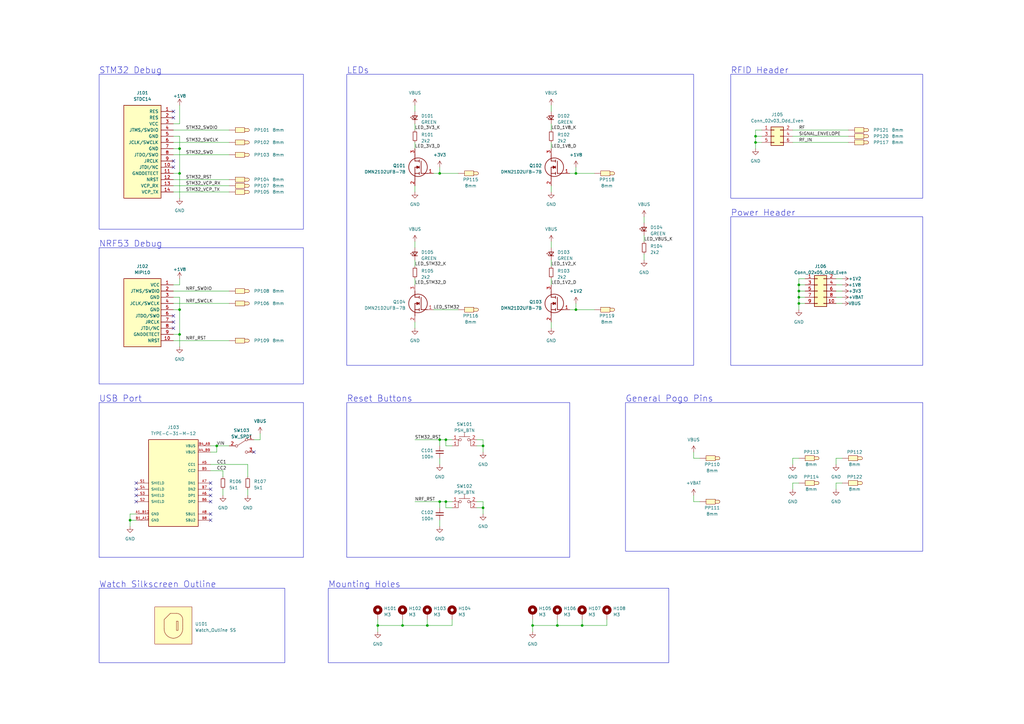
<source format=kicad_sch>
(kicad_sch (version 20230121) (generator eeschema)
  (paper "A3")
  (title_block (title "Watch Test Rig") (date "2023-12-25") (rev "1") (comment 1 "Checked by Ben Smith 25/12/23"))
  (lib_symbols
    (symbol "Connector_Generic:Conn_02x03_Odd_Even" (pin_names (offset 1.016) hide)
      (property "Reference" "J" (at 1.27 5.08 0))
      (property "Value" "Conn_02x03_Odd_Even" (at 1.27 -5.08 0))
      (symbol "Conn_02x03_Odd_Even_1_1"
        (rectangle (start -1.27 -2.413) (end 0 -2.667) (stroke (width 0.1524)))
        (rectangle (start -1.27 0.127) (end 0 -0.127) (stroke (width 0.1524)))
        (rectangle (start -1.27 2.667) (end 0 2.413) (stroke (width 0.1524)))
        (rectangle (start -1.27 3.81) (end 3.81 -3.81) (stroke (width 0.254)) (fill (type background)))
        (rectangle (start 3.81 -2.413) (end 2.54 -2.667) (stroke (width 0.1524)))
        (rectangle (start 3.81 0.127) (end 2.54 -0.127) (stroke (width 0.1524)))
        (rectangle (start 3.81 2.667) (end 2.54 2.413) (stroke (width 0.1524)))
        (pin passive line (at -5.08 2.54 0) (length 3.81) (name "Pin_1") (number "1"))
        (pin passive line (at 7.62 2.54 180) (length 3.81) (name "Pin_2") (number "2"))
        (pin passive line (at -5.08 0 0) (length 3.81) (name "Pin_3") (number "3"))
        (pin passive line (at 7.62 0 180) (length 3.81) (name "Pin_4") (number "4"))
        (pin passive line (at -5.08 -2.54 0) (length 3.81) (name "Pin_5") (number "5"))
        (pin passive line (at 7.62 -2.54 180) (length 3.81) (name "Pin_6") (number "6"))
      )
    )
    (symbol "Connector_Generic:Conn_02x05_Odd_Even" (pin_names (offset 1.016) hide)
      (property "Reference" "J" (at 1.27 7.62 0))
      (property "Value" "Conn_02x05_Odd_Even" (at 1.27 -7.62 0))
      (symbol "Conn_02x05_Odd_Even_1_1"
        (rectangle (start -1.27 -4.953) (end 0 -5.207) (stroke (width 0.1524)))
        (rectangle (start -1.27 -2.413) (end 0 -2.667) (stroke (width 0.1524)))
        (rectangle (start -1.27 0.127) (end 0 -0.127) (stroke (width 0.1524)))
        (rectangle (start -1.27 2.667) (end 0 2.413) (stroke (width 0.1524)))
        (rectangle (start -1.27 5.207) (end 0 4.953) (stroke (width 0.1524)))
        (rectangle (start -1.27 6.35) (end 3.81 -6.35) (stroke (width 0.254)) (fill (type background)))
        (rectangle (start 3.81 -4.953) (end 2.54 -5.207) (stroke (width 0.1524)))
        (rectangle (start 3.81 -2.413) (end 2.54 -2.667) (stroke (width 0.1524)))
        (rectangle (start 3.81 0.127) (end 2.54 -0.127) (stroke (width 0.1524)))
        (rectangle (start 3.81 2.667) (end 2.54 2.413) (stroke (width 0.1524)))
        (rectangle (start 3.81 5.207) (end 2.54 4.953) (stroke (width 0.1524)))
        (pin passive line (at -5.08 5.08 0) (length 3.81) (name "Pin_1") (number "1"))
        (pin passive line (at 7.62 -5.08 180) (length 3.81) (name "Pin_10") (number "10"))
        (pin passive line (at 7.62 5.08 180) (length 3.81) (name "Pin_2") (number "2"))
        (pin passive line (at -5.08 2.54 0) (length 3.81) (name "Pin_3") (number "3"))
        (pin passive line (at 7.62 2.54 180) (length 3.81) (name "Pin_4") (number "4"))
        (pin passive line (at -5.08 0 0) (length 3.81) (name "Pin_5") (number "5"))
        (pin passive line (at 7.62 0 180) (length 3.81) (name "Pin_6") (number "6"))
        (pin passive line (at -5.08 -2.54 0) (length 3.81) (name "Pin_7") (number "7"))
        (pin passive line (at 7.62 -2.54 180) (length 3.81) (name "Pin_8") (number "8"))
        (pin passive line (at -5.08 -5.08 0) (length 3.81) (name "Pin_9") (number "9"))
      )
    )
    (symbol "DMN21D2UFB-7B:DMN21D2UFB-7B" (pin_names hide)
      (property "Reference" "Q" (at 11.43 3.81 0))
      (property "Value" "DMN21D2UFB-7B" (at 11.43 1.27 0))
      (symbol "DMN21D2UFB-7B_1_1"
        (polyline (pts (xy 2.54 0) (xy 5.08 0)) (stroke (width 0.254)))
        (polyline (pts (xy 5.08 5.08) (xy 5.08 0)) (stroke (width 0.254)))
        (polyline (pts (xy 5.842 -0.508) (xy 5.842 0.508)) (stroke (width 0.254)))
        (polyline (pts (xy 5.842 0) (xy 7.62 0)) (stroke (width 0.254)))
        (polyline (pts (xy 5.842 2.032) (xy 5.842 3.048)) (stroke (width 0.254)))
        (polyline (pts (xy 5.842 5.588) (xy 5.842 4.572)) (stroke (width 0.254)))
        (polyline (pts (xy 7.62 2.54) (xy 5.842 2.54)) (stroke (width 0.254)))
        (polyline (pts (xy 7.62 2.54) (xy 7.62 -2.54)) (stroke (width 0.254)))
        (polyline (pts (xy 7.62 5.08) (xy 5.842 5.08)) (stroke (width 0.254)))
        (polyline (pts (xy 7.62 5.08) (xy 7.62 7.62)) (stroke (width 0.254)))
        (polyline (pts (xy 5.842 2.54) (xy 6.858 3.048) (xy 6.858 2.032) (xy 5.842 2.54)) (stroke (width 0.254)) (fill (type outline)))
        (circle (center 6.35 2.54) (radius 3.81) (stroke (width 0.254)))
        (pin passive line (at 0 0 0) (length 2.54) (name "G") (number "1"))
        (pin passive line (at 7.62 -5.08 90) (length 2.54) (name "S") (number "2"))
        (pin passive line (at 7.62 10.16 270) (length 2.54) (name "D") (number "3"))
      )
    )
    (symbol "Device:C_Small" (pin_numbers hide) (pin_names (offset 0.254) hide)
      (property "Reference" "C" (at 0.254 1.778 0))
      (property "Value" "C_Small" (at 0.254 -2.032 0))
      (symbol "C_Small_0_1"
        (polyline (pts (xy -1.524 -0.508) (xy 1.524 -0.508)) (stroke (width 0.3302)))
        (polyline (pts (xy -1.524 0.508) (xy 1.524 0.508)) (stroke (width 0.3048)))
      )
      (symbol "C_Small_1_1"
        (pin passive line (at 0 2.54 270) (length 2.032) (name "~") (number "1"))
        (pin passive line (at 0 -2.54 90) (length 2.032) (name "~") (number "2"))
      )
    )
    (symbol "Device:LED_Small" (pin_numbers hide) (pin_names (offset 0.254) hide)
      (property "Reference" "D" (at -1.27 3.175 0))
      (property "Value" "LED_Small" (at -4.445 -2.54 0))
      (symbol "LED_Small_0_1"
        (polyline (pts (xy -0.762 -1.016) (xy -0.762 1.016)) (stroke (width 0.254)))
        (polyline (pts (xy 1.016 0) (xy -0.762 0)))
        (polyline (pts (xy 0.762 -1.016) (xy -0.762 0) (xy 0.762 1.016) (xy 0.762 -1.016)) (stroke (width 0.254)))
        (polyline (pts (xy 0 0.762) (xy -0.508 1.27) (xy -0.254 1.27) (xy -0.508 1.27) (xy -0.508 1.016)))
        (polyline (pts (xy 0.508 1.27) (xy 0 1.778) (xy 0.254 1.778) (xy 0 1.778) (xy 0 1.524)))
      )
      (symbol "LED_Small_1_1"
        (pin passive line (at -2.54 0 0) (length 1.778) (name "K") (number "1"))
        (pin passive line (at 2.54 0 180) (length 1.778) (name "A") (number "2"))
      )
    )
    (symbol "Device:R_Small" (pin_numbers hide) (pin_names (offset 0.254) hide)
      (property "Reference" "R" (at 0.762 0.508 0))
      (property "Value" "R_Small" (at 0.762 -1.016 0))
      (symbol "R_Small_0_1"
        (rectangle (start -0.762 1.778) (end 0.762 -1.778) (stroke (width 0.2032)))
      )
      (symbol "R_Small_1_1"
        (pin passive line (at 0 2.54 270) (length 0.762) (name "~") (number "1"))
        (pin passive line (at 0 -2.54 90) (length 0.762) (name "~") (number "2"))
      )
    )
    (symbol "Mechanical:MountingHole_Pad" (pin_numbers hide) (pin_names (offset 1.016) hide)
      (property "Reference" "H" (at 0 6.35 0))
      (property "Value" "MountingHole_Pad" (at 0 4.445 0))
      (symbol "MountingHole_Pad_0_1"
        (circle (center 0 1.27) (radius 1.27) (stroke (width 1.27)))
      )
      (symbol "MountingHole_Pad_1_1"
        (pin input line (at 0 -2.54 90) (length 2.54) (name "1") (number "1"))
      )
    )
    (symbol "Switch:SW_SPDT" (pin_names (offset 0) hide)
      (property "Reference" "SW" (at 0 4.318 0))
      (property "Value" "SW_SPDT" (at 0 -5.08 0))
      (symbol "SW_SPDT_0_0"
        (circle (center -2.032 0) (radius 0.508))
        (circle (center 2.032 -2.54) (radius 0.508))
      )
      (symbol "SW_SPDT_0_1"
        (polyline (pts (xy -1.524 0.254) (xy 1.651 2.286)))
        (circle (center 2.032 2.54) (radius 0.508))
      )
      (symbol "SW_SPDT_1_1"
        (pin passive line (at 5.08 2.54 180) (length 2.54) (name "A") (number "1"))
        (pin passive line (at -5.08 0 0) (length 2.54) (name "B") (number "2"))
        (pin passive line (at 5.08 -2.54 180) (length 2.54) (name "C") (number "3"))
      )
    )
    (symbol "TYPE-C-31-M-12:TYPE-C-31-M-12" (pin_names (offset 1.016))
      (property "Reference" "J" (at 0 16.51 0))
      (property "Value" "TYPE-C-31-M-12" (at 0 15.24 0))
      (symbol "TYPE-C-31-M-12_0_0"
        (rectangle (start -10.16 12.7) (end 10.16 -22.86) (stroke (width 0.254)) (fill (type background)))
        (pin power_in line (at 15.24 -17.78 180) (length 5.08) (name "GND") (number "A1_B12"))
        (pin power_in line (at -15.24 7.62 0) (length 5.08) (name "VBUS") (number "A4_B9"))
        (pin bidirectional line (at -15.24 2.54 0) (length 5.08) (name "CC1") (number "A5"))
        (pin bidirectional line (at -15.24 -10.16 0) (length 5.08) (name "DP1") (number "A6"))
        (pin bidirectional line (at -15.24 -5.08 0) (length 5.08) (name "DN1") (number "A7"))
        (pin bidirectional line (at -15.24 -17.78 0) (length 5.08) (name "SBU1") (number "A8"))
        (pin power_in line (at 15.24 -20.32 180) (length 5.08) (name "GND") (number "B1_A12"))
        (pin power_in line (at -15.24 10.16 0) (length 5.08) (name "VBUS") (number "B4_A9"))
        (pin bidirectional line (at -15.24 0 0) (length 5.08) (name "CC2") (number "B5"))
        (pin bidirectional line (at -15.24 -12.7 0) (length 5.08) (name "DP2") (number "B6"))
        (pin bidirectional line (at -15.24 -7.62 0) (length 5.08) (name "DN2") (number "B7"))
        (pin bidirectional line (at -15.24 -20.32 0) (length 5.08) (name "SBU2") (number "B8"))
        (pin passive line (at 15.24 -12.7 180) (length 5.08) (name "SHIELD") (number "S2"))
        (pin passive line (at 15.24 -10.16 180) (length 5.08) (name "SHIELD") (number "S3"))
        (pin passive line (at 15.24 -7.62 180) (length 5.08) (name "SHIELD") (number "S4"))
      )
      (symbol "TYPE-C-31-M-12_1_0"
        (pin passive line (at 15.24 -5.08 180) (length 5.08) (name "SHIELD") (number "S1"))
      )
    )
    (symbol "power:+1V2" (power) (pin_names (offset 0))
      (property "Value" "+1V2" (at 0 3.556 0))
      (symbol "+1V2_0_1"
        (polyline (pts (xy -0.762 1.27) (xy 0 2.54)))
        (polyline (pts (xy 0 0) (xy 0 2.54)))
        (polyline (pts (xy 0 2.54) (xy 0.762 1.27)))
      )
      (symbol "+1V2_1_1"
        (pin power_in line (at 0 0 90) (length 0) hide (name "+1V2") (number "1"))
      )
    )
    (symbol "power:+1V8" (power) (pin_names (offset 0))
      (property "Value" "+1V8" (at 0 3.556 0))
      (symbol "+1V8_0_1"
        (polyline (pts (xy -0.762 1.27) (xy 0 2.54)))
        (polyline (pts (xy 0 0) (xy 0 2.54)))
        (polyline (pts (xy 0 2.54) (xy 0.762 1.27)))
      )
      (symbol "+1V8_1_1"
        (pin power_in line (at 0 0 90) (length 0) hide (name "+1V8") (number "1"))
      )
    )
    (symbol "power:+3V3" (power) (pin_names (offset 0))
      (property "Value" "+3V3" (at 0 3.556 0))
      (symbol "+3V3_0_1"
        (polyline (pts (xy -0.762 1.27) (xy 0 2.54)))
        (polyline (pts (xy 0 0) (xy 0 2.54)))
        (polyline (pts (xy 0 2.54) (xy 0.762 1.27)))
      )
      (symbol "+3V3_1_1"
        (pin power_in line (at 0 0 90) (length 0) hide (name "+3V3") (number "1"))
      )
    )
    (symbol "power:GND" (power) (pin_names (offset 0))
      (property "Value" "GND" (at 0 -3.81 0))
      (symbol "GND_0_1"
        (polyline (pts (xy 0 0) (xy 0 -1.27) (xy 1.27 -1.27) (xy 0 -2.54) (xy -1.27 -1.27) (xy 0 -1.27)))
      )
      (symbol "GND_1_1"
        (pin power_in line (at 0 0 270) (length 0) hide (name "GND") (number "1"))
      )
    )
    (symbol "power:VBUS" (power) (pin_names (offset 0))
      (property "Value" "VBUS" (at 0 3.81 0))
      (symbol "VBUS_0_1"
        (polyline (pts (xy -0.762 1.27) (xy 0 2.54)))
        (polyline (pts (xy 0 0) (xy 0 2.54)))
        (polyline (pts (xy 0 2.54) (xy 0.762 1.27)))
      )
      (symbol "VBUS_1_1"
        (pin power_in line (at 0 0 90) (length 0) hide (name "VBUS") (number "1"))
      )
    )
    (symbol "watch_symbols_lib:+VBAT" (power) (pin_names (offset 0))
      (property "Value" "+VBAT" (at 0 3.556 0))
      (symbol "+VBAT_0_1"
        (polyline (pts (xy -0.762 1.27) (xy 0 2.54)))
        (polyline (pts (xy 0 0) (xy 0 2.54)))
        (polyline (pts (xy 0 2.54) (xy 0.762 1.27)))
      )
      (symbol "+VBAT_1_1"
        (pin power_in line (at 0 0 90) (length 0) hide (name "+VBAT") (number "1"))
      )
    )
    (symbol "watch_symbols_lib:MIPI10"
      (property "Reference" "J" (at 0 17.78 0))
      (property "Value" "MIPI10" (at 0 15.24 0))
      (symbol "MIPI10_1_1"
        (rectangle (start -7.62 12.7) (end 7.62 -15.24) (stroke (width 0.254)) (fill (type background)))
        (pin passive line (at -12.7 10.16 0) (length 5.08) (name "VCC") (number "1"))
        (pin passive line (at -12.7 -12.7 0) (length 5.08) (name "NRST") (number "10"))
        (pin passive line (at -12.7 7.62 0) (length 5.08) (name "JTMS/SWDIO") (number "2"))
        (pin passive line (at -12.7 5.08 0) (length 5.08) (name "GND") (number "3"))
        (pin passive line (at -12.7 2.54 0) (length 5.08) (name "JCLK/SWCLK") (number "4"))
        (pin passive line (at -12.7 0 0) (length 5.08) (name "GND") (number "5"))
        (pin passive line (at -12.7 -2.54 0) (length 5.08) (name "JTDO/SWO") (number "6"))
        (pin passive line (at -12.7 -5.08 0) (length 5.08) (name "JRCLK") (number "7"))
        (pin passive line (at -12.7 -7.62 0) (length 5.08) (name "JTDI/NC") (number "8"))
        (pin passive line (at -12.7 -10.16 0) (length 5.08) (name "GNDDETECT") (number "9"))
      )
    )
    (symbol "watch_symbols_lib:PSH_BTN" (pin_names (offset 1.016) hide)
      (property "Reference" "SW" (at -1.27 10.16 0))
      (property "Value" "PSH_BTN" (at 0 6.985 0))
      (symbol "PSH_BTN_0_1"
        (circle (center -1.778 2.54) (radius 0.508))
        (polyline (pts (xy -2.286 3.81) (xy 2.286 3.81)))
        (polyline (pts (xy 0 3.81) (xy 0 5.588)))
        (polyline (pts (xy -2.54 0) (xy -2.54 2.54) (xy -2.286 2.54)))
        (polyline (pts (xy 2.54 0) (xy 2.54 2.54) (xy 2.286 2.54)))
        (circle (center 1.778 2.54) (radius 0.508))
        (pin passive line (at -5.08 0 0) (length 2.54) (name "1") (number "1"))
        (pin passive line (at -5.08 2.54 0) (length 2.54) (name "1") (number "1"))
        (pin passive line (at 5.08 0 180) (length 2.54) (name "2") (number "2"))
        (pin passive line (at 5.08 2.54 180) (length 2.54) (name "2") (number "2"))
      )
    )
    (symbol "watch_symbols_lib:Pogo_Pin_8mm" (pin_numbers hide) (pin_names (offset 0.762) hide)
      (property "Reference" "PP" (at 0 8.89 0))
      (property "Value" "Pogo_Pin_8mm" (at 0 7.112 0))
      (symbol "Pogo_Pin_8mm_0_1"
        (polyline (pts (xy -0.635 3.81) (xy -0.635 3.81) (xy -0.635 5.08)))
        (polyline (pts (xy 0.635 3.81) (xy 0.635 3.81) (xy 0.635 5.08)))
        (arc (start 0 5.715) (mid -0.449 5.529) (end -0.635 5.08))
        (arc (start 0.635 5.08) (mid 0.449 5.529) (end 0 5.715))
      )
      (symbol "Pogo_Pin_8mm_1_1"
        (rectangle (start -1.016 3.81) (end 1.016 0) (fill (type background)))
        (rectangle (start -0.635 5.08) (end 0.635 3.81) (stroke (width -0.0001)) (fill (type background)))
        (circle (center 0 5.08) (radius 0.635) (stroke (width -0.0001)) (fill (type background)))
        (pin passive line (at 0 -2.54 90) (length 2.54) (name "1") (number "1"))
      )
    )
    (symbol "watch_symbols_lib:STDC14" (pin_names (offset 1.016))
      (property "Reference" "J" (at 0 22.86 0))
      (property "Value" "STDC14" (at 0 20.32 0))
      (symbol "STDC14_1_1"
        (rectangle (start -7.62 17.78) (end 7.62 -20.32) (stroke (width 0.254)) (fill (type background)))
        (pin passive line (at -12.7 15.24 0) (length 5.08) (name "RES") (number "1"))
        (pin passive line (at -12.7 -7.62 0) (length 5.08) (name "JTDI/NC") (number "10"))
        (pin passive line (at -12.7 -10.16 0) (length 5.08) (name "GNDDETECT") (number "11"))
        (pin passive line (at -12.7 -12.7 0) (length 5.08) (name "NRST") (number "12"))
        (pin passive line (at -12.7 -15.24 0) (length 5.08) (name "VCP_RX") (number "13"))
        (pin passive line (at -12.7 -17.78 0) (length 5.08) (name "VCP_TX") (number "14"))
        (pin passive line (at -12.7 12.7 0) (length 5.08) (name "RES") (number "2"))
        (pin passive line (at -12.7 10.16 0) (length 5.08) (name "VCC") (number "3"))
        (pin passive line (at -12.7 7.62 0) (length 5.08) (name "JTMS/SWDIO") (number "4"))
        (pin passive line (at -12.7 5.08 0) (length 5.08) (name "GND") (number "5"))
        (pin passive line (at -12.7 2.54 0) (length 5.08) (name "JCLK/SWCLK") (number "6"))
        (pin passive line (at -12.7 0 0) (length 5.08) (name "GND") (number "7"))
        (pin passive line (at -12.7 -2.54 0) (length 5.08) (name "JTDO/SWO") (number "8"))
        (pin passive line (at -12.7 -5.08 0) (length 5.08) (name "JRCLK") (number "9"))
      )
    )
    (symbol "watch_symbols_lib:Watch_Outline SS" (pin_numbers hide) (pin_names (offset 0) hide) (in_bom no)
      (property "Reference" "U" (at 0 12.7 0))
      (property "Value" "Watch_Outline SS" (at 0 10.16 0))
      (symbol "Watch_Outline SS_1_1"
        (rectangle (start -7.62 7.62) (end 7.62 -7.62) (fill (type background)))
        (arc (start -3.81 -1.397) (mid -2.6941 -4.0911) (end 0 -5.207))
        (arc (start 0 -5.207) (mid 2.6941 -4.0911) (end 3.81 -1.397))
        (polyline (pts (xy -1.27 4.953) (xy 1.27 4.953)))
        (polyline (pts (xy 3.81 -1.397) (xy 3.81 -0.127)))
        (polyline (pts (xy 3.81 2.413) (xy 3.81 -0.127)))
        (polyline (pts (xy -1.27 4.953) (xy -3.81 2.413) (xy -3.81 -1.397)))
        (rectangle (start 1.27 1.778) (end 1.905 -2.032))
        (arc (start 3.818 2.421) (mid 3.0717 4.2147) (end 1.278 4.961))
      )
    )
  )
  (junction (at 73.66 127))
  (junction (at 165.1 256.54))
  (junction (at 73.66 71.12))
  (junction (at 236.22 127))
  (junction (at 175.26 256.54))
  (junction (at 327.66 121.92))
  (junction (at 182.88 205.74))
  (junction (at 53.34 213.36))
  (junction (at 182.88 180.34))
  (junction (at 218.44 256.54))
  (junction (at 180.34 180.34))
  (junction (at 88.9 182.88))
  (junction (at 327.66 124.46))
  (junction (at 309.88 58.42))
  (junction (at 228.6 256.54))
  (junction (at 309.88 55.88))
  (junction (at 180.34 205.74))
  (junction (at 198.12 208.28))
  (junction (at 238.76 256.54))
  (junction (at 73.66 137.16))
  (junction (at 327.66 116.84))
  (junction (at 73.66 60.96))
  (junction (at 236.22 71.12))
  (junction (at 180.34 71.12))
  (junction (at 198.12 182.88))
  (junction (at 327.66 119.38))
  (junction (at 154.94 256.54))
  (no_connect (at 71.12 66.04))
  (no_connect (at 55.88 203.2))
  (no_connect (at 86.36 203.2))
  (no_connect (at 71.12 129.54))
  (no_connect (at 86.36 198.12))
  (no_connect (at 86.36 205.74))
  (no_connect (at 86.36 213.36))
  (no_connect (at 86.36 200.66))
  (no_connect (at 71.12 48.26))
  (no_connect (at 86.36 210.82))
  (no_connect (at 71.12 68.58))
  (no_connect (at 55.88 200.66))
  (no_connect (at 71.12 134.62))
  (no_connect (at 55.88 205.74))
  (no_connect (at 55.88 198.12))
  (no_connect (at 104.14 185.42))
  (no_connect (at 71.12 45.72))
  (no_connect (at 71.12 132.08))
  (wire (pts (xy 170.18 106.68) (xy 170.18 109.22)))
  (wire (pts (xy 198.12 182.88) (xy 198.12 185.42)))
  (wire (pts (xy 154.94 256.54) (xy 154.94 259.08)))
  (wire (pts (xy 327.66 116.84) (xy 330.2 116.84)))
  (wire (pts (xy 185.42 208.28) (xy 182.88 208.28)))
  (wire (pts (xy 182.88 208.28) (xy 182.88 205.74)))
  (wire (pts (xy 71.12 78.74) (xy 93.98 78.74)))
  (wire (pts (xy 180.34 187.96) (xy 180.34 190.5)))
  (wire (pts (xy 327.66 124.46) (xy 330.2 124.46)))
  (wire (pts (xy 170.18 58.42) (xy 170.18 60.96)))
  (wire (pts (xy 73.66 81.28) (xy 73.66 71.12)))
  (wire (pts (xy 342.9 200.66) (xy 342.9 198.12)))
  (wire (pts (xy 71.12 116.84) (xy 73.66 116.84)))
  (wire (pts (xy 284.48 185.42) (xy 284.48 187.96)))
  (wire (pts (xy 330.2 119.38) (xy 327.66 119.38)))
  (wire (pts (xy 170.18 205.74) (xy 180.34 205.74)))
  (wire (pts (xy 345.44 116.84) (xy 342.9 116.84)))
  (wire (pts (xy 226.06 114.3) (xy 226.06 116.84)))
  (wire (pts (xy 170.18 180.34) (xy 180.34 180.34)))
  (wire (pts (xy 284.48 187.96) (xy 287.02 187.96)))
  (wire (pts (xy 53.34 210.82) (xy 53.34 213.36)))
  (wire (pts (xy 325.12 53.34) (xy 347.98 53.34)))
  (wire (pts (xy 195.58 205.74) (xy 198.12 205.74)))
  (wire (pts (xy 327.66 116.84) (xy 327.66 119.38)))
  (wire (pts (xy 71.12 63.5) (xy 93.98 63.5)))
  (wire (pts (xy 71.12 139.7) (xy 93.98 139.7)))
  (wire (pts (xy 327.66 114.3) (xy 330.2 114.3)))
  (wire (pts (xy 71.12 127) (xy 73.66 127)))
  (wire (pts (xy 185.42 182.88) (xy 182.88 182.88)))
  (wire (pts (xy 325.12 200.66) (xy 325.12 198.12)))
  (wire (pts (xy 195.58 208.28) (xy 198.12 208.28)))
  (wire (pts (xy 73.66 137.16) (xy 73.66 142.24)))
  (wire (pts (xy 309.88 53.34) (xy 309.88 55.88)))
  (wire (pts (xy 86.36 193.04) (xy 91.44 193.04)))
  (wire (pts (xy 309.88 55.88) (xy 309.88 58.42)))
  (wire (pts (xy 226.06 134.62) (xy 226.06 132.08)))
  (wire (pts (xy 73.66 121.92) (xy 73.66 127)))
  (wire (pts (xy 236.22 127) (xy 243.84 127)))
  (wire (pts (xy 226.06 78.74) (xy 226.06 76.2)))
  (wire (pts (xy 264.16 96.52) (xy 264.16 99.06)))
  (wire (pts (xy 236.22 71.12) (xy 243.84 71.12)))
  (wire (pts (xy 53.34 213.36) (xy 55.88 213.36)))
  (wire (pts (xy 73.66 71.12) (xy 73.66 60.96)))
  (wire (pts (xy 175.26 256.54) (xy 175.26 254)))
  (wire (pts (xy 71.12 71.12) (xy 73.66 71.12)))
  (wire (pts (xy 347.98 58.42) (xy 325.12 58.42)))
  (wire (pts (xy 342.9 187.96) (xy 345.44 187.96)))
  (wire (pts (xy 170.18 78.74) (xy 170.18 76.2)))
  (wire (pts (xy 170.18 134.62) (xy 170.18 132.08)))
  (wire (pts (xy 264.16 104.14) (xy 264.16 106.68)))
  (wire (pts (xy 327.66 114.3) (xy 327.66 116.84)))
  (wire (pts (xy 180.34 213.36) (xy 180.34 215.9)))
  (wire (pts (xy 327.66 124.46) (xy 327.66 127)))
  (wire (pts (xy 71.12 121.92) (xy 73.66 121.92)))
  (wire (pts (xy 218.44 256.54) (xy 218.44 254)))
  (wire (pts (xy 91.44 193.04) (xy 91.44 195.58)))
  (wire (pts (xy 71.12 58.42) (xy 93.98 58.42)))
  (wire (pts (xy 226.06 106.68) (xy 226.06 109.22)))
  (wire (pts (xy 236.22 68.58) (xy 236.22 71.12)))
  (wire (pts (xy 309.88 55.88) (xy 312.42 55.88)))
  (wire (pts (xy 228.6 256.54) (xy 228.6 254)))
  (wire (pts (xy 71.12 53.34) (xy 93.98 53.34)))
  (wire (pts (xy 195.58 180.34) (xy 198.12 180.34)))
  (wire (pts (xy 71.12 55.88) (xy 73.66 55.88)))
  (wire (pts (xy 284.48 205.74) (xy 287.02 205.74)))
  (wire (pts (xy 325.12 198.12) (xy 327.66 198.12)))
  (wire (pts (xy 180.34 71.12) (xy 187.96 71.12)))
  (wire (pts (xy 342.9 190.5) (xy 342.9 187.96)))
  (wire (pts (xy 73.66 43.18) (xy 73.66 50.8)))
  (wire (pts (xy 226.06 99.06) (xy 226.06 101.6)))
  (wire (pts (xy 233.68 127) (xy 236.22 127)))
  (wire (pts (xy 86.36 190.5) (xy 101.6 190.5)))
  (wire (pts (xy 177.8 71.12) (xy 180.34 71.12)))
  (wire (pts (xy 218.44 256.54) (xy 218.44 259.08)))
  (wire (pts (xy 53.34 213.36) (xy 53.34 215.9)))
  (wire (pts (xy 88.9 182.88) (xy 93.98 182.88)))
  (wire (pts (xy 327.66 119.38) (xy 327.66 121.92)))
  (wire (pts (xy 226.06 43.18) (xy 226.06 45.72)))
  (wire (pts (xy 71.12 137.16) (xy 73.66 137.16)))
  (wire (pts (xy 264.16 88.9) (xy 264.16 91.44)))
  (wire (pts (xy 185.42 180.34) (xy 182.88 180.34)))
  (wire (pts (xy 218.44 256.54) (xy 228.6 256.54)))
  (wire (pts (xy 165.1 256.54) (xy 175.26 256.54)))
  (wire (pts (xy 101.6 200.66) (xy 101.6 203.2)))
  (wire (pts (xy 180.34 205.74) (xy 182.88 205.74)))
  (wire (pts (xy 170.18 43.18) (xy 170.18 45.72)))
  (wire (pts (xy 185.42 205.74) (xy 182.88 205.74)))
  (wire (pts (xy 88.9 182.88) (xy 86.36 182.88)))
  (wire (pts (xy 170.18 99.06) (xy 170.18 101.6)))
  (wire (pts (xy 106.68 177.8) (xy 106.68 180.34)))
  (wire (pts (xy 309.88 58.42) (xy 312.42 58.42)))
  (wire (pts (xy 325.12 55.88) (xy 347.98 55.88)))
  (wire (pts (xy 101.6 195.58) (xy 101.6 190.5)))
  (wire (pts (xy 345.44 119.38) (xy 342.9 119.38)))
  (wire (pts (xy 165.1 256.54) (xy 165.1 254)))
  (wire (pts (xy 284.48 203.2) (xy 284.48 205.74)))
  (wire (pts (xy 73.66 127) (xy 73.66 137.16)))
  (wire (pts (xy 91.44 200.66) (xy 91.44 203.2)))
  (wire (pts (xy 342.9 198.12) (xy 345.44 198.12)))
  (wire (pts (xy 226.06 50.8) (xy 226.06 53.34)))
  (wire (pts (xy 182.88 182.88) (xy 182.88 180.34)))
  (wire (pts (xy 233.68 71.12) (xy 236.22 71.12)))
  (wire (pts (xy 55.88 210.82) (xy 53.34 210.82)))
  (wire (pts (xy 71.12 50.8) (xy 73.66 50.8)))
  (wire (pts (xy 73.66 55.88) (xy 73.66 60.96)))
  (wire (pts (xy 198.12 208.28) (xy 198.12 210.82)))
  (wire (pts (xy 312.42 53.34) (xy 309.88 53.34)))
  (wire (pts (xy 154.94 256.54) (xy 154.94 254)))
  (wire (pts (xy 88.9 182.88) (xy 88.9 185.42)))
  (wire (pts (xy 327.66 121.92) (xy 330.2 121.92)))
  (wire (pts (xy 226.06 58.42) (xy 226.06 60.96)))
  (wire (pts (xy 345.44 121.92) (xy 342.9 121.92)))
  (wire (pts (xy 180.34 205.74) (xy 180.34 208.28)))
  (wire (pts (xy 325.12 187.96) (xy 327.66 187.96)))
  (wire (pts (xy 88.9 185.42) (xy 86.36 185.42)))
  (wire (pts (xy 325.12 190.5) (xy 325.12 187.96)))
  (wire (pts (xy 154.94 256.54) (xy 165.1 256.54)))
  (wire (pts (xy 198.12 180.34) (xy 198.12 182.88)))
  (wire (pts (xy 198.12 205.74) (xy 198.12 208.28)))
  (wire (pts (xy 309.88 58.42) (xy 309.88 60.96)))
  (wire (pts (xy 180.34 180.34) (xy 180.34 182.88)))
  (wire (pts (xy 228.6 256.54) (xy 238.76 256.54)))
  (wire (pts (xy 185.42 256.54) (xy 185.42 254)))
  (wire (pts (xy 236.22 124.46) (xy 236.22 127)))
  (wire (pts (xy 73.66 114.3) (xy 73.66 116.84)))
  (wire (pts (xy 71.12 119.38) (xy 93.98 119.38)))
  (wire (pts (xy 73.66 60.96) (xy 71.12 60.96)))
  (wire (pts (xy 71.12 73.66) (xy 93.98 73.66)))
  (wire (pts (xy 170.18 50.8) (xy 170.18 53.34)))
  (wire (pts (xy 71.12 76.2) (xy 93.98 76.2)))
  (wire (pts (xy 71.12 124.46) (xy 93.98 124.46)))
  (wire (pts (xy 180.34 180.34) (xy 182.88 180.34)))
  (wire (pts (xy 195.58 182.88) (xy 198.12 182.88)))
  (wire (pts (xy 238.76 256.54) (xy 238.76 254)))
  (wire (pts (xy 177.8 127) (xy 187.96 127)))
  (wire (pts (xy 175.26 256.54) (xy 185.42 256.54)))
  (wire (pts (xy 104.14 180.34) (xy 106.68 180.34)))
  (wire (pts (xy 170.18 114.3) (xy 170.18 116.84)))
  (wire (pts (xy 238.76 256.54) (xy 248.92 256.54)))
  (wire (pts (xy 327.66 121.92) (xy 327.66 124.46)))
  (wire (pts (xy 345.44 114.3) (xy 342.9 114.3)))
  (wire (pts (xy 180.34 68.58) (xy 180.34 71.12)))
  (wire (pts (xy 345.44 124.46) (xy 342.9 124.46)))
  (wire (pts (xy 248.92 256.54) (xy 248.92 254)))
  (rectangle (start 40.64 241.3) (end 116.84 271.78))
  (rectangle (start 299.72 88.9) (end 378.46 149.86))
  (rectangle (start 142.24 30.48) (end 284.48 149.86))
  (rectangle (start 299.72 30.48) (end 378.46 81.28))
  (rectangle (start 40.64 101.6) (end 124.46 157.48))
  (rectangle (start 40.64 165.1) (end 124.46 228.6))
  (rectangle (start 142.24 165.1) (end 233.68 228.6))
  (rectangle (start 134.62 241.3) (end 274.32 271.78))
  (rectangle (start 256.54 165.1) (end 378.46 226.06))
  (rectangle (start 40.64 30.48) (end 124.46 93.98))
  (text "Mounting Holes" (at 134.62 241.3 0) (effects (font (size 2.54 2.54)) (justify left bottom)))
  (text "Watch Silkscreen Outline" (at 40.64 241.3 0) (effects (font (size 2.54 2.54)) (justify left bottom)))
  (text "STM32 Debug" (at 40.64 30.48 0) (effects (font (size 2.54 2.54)) (justify left bottom)))
  (text "USB Port" (at 40.64 165.1 0) (effects (font (size 2.54 2.54)) (justify left bottom)))
  (text "RFID Header" (at 299.72 30.48 0) (effects (font (size 2.54 2.54)) (justify left bottom)))
  (text "Reset Buttons" (at 142.24 165.1 0) (effects (font (size 2.54 2.54)) (justify left bottom)))
  (text "General Pogo Pins" (at 256.54 165.1 0) (effects (font (size 2.54 2.54)) (justify left bottom)))
  (text "Power Header" (at 299.72 88.9 0) (effects (font (size 2.54 2.54)) (justify left bottom)))
  (text "LEDs" (at 142.24 30.48 0) (effects (font (size 2.54 2.54)) (justify left bottom)))
  (text "NRF53 Debug" (at 40.64 101.6 0) (effects (font (size 2.54 2.54)) (justify left bottom)))
  (label "STM32_SWCLK" (at 76.2 58.42 0))
  (label "LED_3V3_D" (at 170.18 60.96 0))
  (label "LED_VBUS_K" (at 264.16 99.06 0))
  (label "NRF_SWDIO" (at 76.2 119.38 0))
  (label "LED_3V3_K" (at 170.18 53.34 0))
  (label "STM32_SWDIO" (at 76.2 53.34 0))
  (label "NRF_SWCLK" (at 76.2 124.46 0))
  (label "RF" (at 327.66 53.34 0))
  (label "VIN" (at 88.9 182.88 0))
  (label "CC1" (at 88.9 190.5 0))
  (label "LED_1V2_K" (at 226.06 109.22 0))
  (label "RF_IN" (at 327.66 58.42 0))
  (label "STM32_SWO" (at 76.2 63.5 0))
  (label "LED_1V8_D" (at 226.06 60.96 0))
  (label "NRF_RST" (at 170.18 205.74 0))
  (label "LED_STM32" (at 177.8 127 0))
  (label "STM32_VCP_TX" (at 76.2 78.74 0))
  (label "LED_STM32_D" (at 170.18 116.84 0))
  (label "STM32_RST" (at 76.2 73.66 0))
  (label "LED_1V8_K" (at 226.06 53.34 0))
  (label "LED_1V2_D" (at 226.06 116.84 0))
  (label "STM32_VCP_RX" (at 76.2 76.2 0))
  (label "SIGNAL_ENVELOPE" (at 327.66 55.88 0))
  (label "LED_STM32_K" (at 170.18 109.22 0))
  (label "STM32_RST" (at 170.18 180.34 0))
  (label "CC2" (at 88.9 193.04 0))
  (label "NRF_RST" (at 76.2 139.7 0))
  (symbol (lib_id "power:+1V2") (at 345.44 114.3 270) (unit 1)
    (property "Reference" "#PWR0136" (effects hide))
    (property "Value" "+1V2" (at 347.98 114.3 90) (effects (justify left)))
  )
  (symbol (lib_id "DMN21D2UFB-7B:DMN21D2UFB-7B") (at 177.8 127 0) (mirror y) (unit 1)
    (property "Reference" "Q104" (at 166.37 123.825 0) (effects (justify left)))
    (property "Value" "DMN21D2UFB-7B" (at 166.37 126.365 0) (effects (justify left)))
    (property "Footprint" "watch_footprints:DMN21D2UFB7B" (effects hide))
    (property "Datasheet" "https://componentsearchengine.com/Datasheets/1/DMN21D2UFB-7B.pdf" (effects hide))
    (property "Height" "0.53" (effects hide))
    (property "Mouser Part Number" "621-DMN21D2UFB-7B" (effects hide))
    (property "Manufacturer_Name" "Diodes Incorporated" (effects hide))
    (property "Manufacturer_Part_Number" "DMN21D2UFB-7B" (effects hide))
  )
  (symbol (lib_id "power:GND") (at 180.34 215.9 0) (unit 1)
    (property "Reference" "#PWR0130" (effects hide))
    (property "Value" "GND" (at 180.34 220.98 0))
  )
  (symbol (lib_id "watch_symbols_lib:MIPI10") (at 58.42 127 0) (mirror y) (unit 1)
    (property "Reference" "J102" (at 58.42 109.22 0))
    (property "Value" "MIPI10" (at 58.42 111.76 0))
    (property "Footprint" "watch_footprints:MIPI10" (effects hide))
  )
  (symbol (lib_id "power:GND") (at 325.12 200.66 0) (unit 1)
    (property "Reference" "#PWR0112" (effects hide))
    (property "Value" "GND" (at 325.12 205.74 0))
  )
  (symbol (lib_id "watch_symbols_lib:Pogo_Pin_8mm") (at 96.52 124.46 270) (unit 1)
    (property "Reference" "PP106" (at 104.14 124.46 90) (effects (justify left)))
    (property "Value" "8mm" (at 111.76 124.46 90) (effects (justify left)))
    (property "Footprint" "watch_footprints:Pogo_Pin_8mm" (effects hide))
  )
  (symbol (lib_id "power:GND") (at 327.66 127 0) (unit 1)
    (property "Reference" "#PWR0135" (effects hide))
    (property "Value" "GND" (at 327.66 132.08 0))
  )
  (symbol (lib_id "Device:LED_Small") (at 170.18 104.14 90) (unit 1)
    (property "Reference" "D105" (at 172.72 103.4415 90) (effects (justify right)))
    (property "Value" "GREEN" (at 172.72 105.9815 90) (effects (justify right)))
    (property "Footprint" "Diode_SMD:D_0603_1608Metric" (effects hide))
  )
  (symbol (lib_id "power:GND") (at 342.9 200.66 0) (unit 1)
    (property "Reference" "#PWR0134" (effects hide))
    (property "Value" "GND" (at 342.9 205.74 0))
  )
  (symbol (lib_id "Connector_Generic:Conn_02x05_Odd_Even") (at 335.28 119.38 0) (unit 1)
    (property "Reference" "J106" (at 336.55 109.22 0))
    (property "Value" "Conn_02x05_Odd_Even" (at 336.55 111.76 0))
    (property "Footprint" "Connector_PinHeader_2.54mm:PinHeader_2x05_P2.54mm_Vertical" (effects hide))
  )
  (symbol (lib_id "watch_symbols_lib:Pogo_Pin_8mm") (at 96.52 76.2 270) (unit 1)
    (property "Reference" "PP107" (at 104.14 76.2 90) (effects (justify left)))
    (property "Value" "8mm" (at 111.76 76.2 90) (effects (justify left)))
    (property "Footprint" "watch_footprints:Pogo_Pin_8mm" (effects hide))
  )
  (symbol (lib_id "power:GND") (at 325.12 190.5 0) (unit 1)
    (property "Reference" "#PWR0110" (effects hide))
    (property "Value" "GND" (at 325.12 195.58 0))
  )
  (symbol (lib_id "power:GND") (at 198.12 210.82 0) (unit 1)
    (property "Reference" "#PWR0127" (effects hide))
    (property "Value" "GND" (at 198.12 215.9 0))
  )
  (symbol (lib_id "Mechanical:MountingHole_Pad") (at 185.42 251.46 0) (unit 1)
    (property "Reference" "H104" (at 187.96 249.555 0) (effects (justify left)))
    (property "Value" "M3" (at 187.96 252.095 0) (effects (justify left)))
    (property "Footprint" "MountingHole:MountingHole_3.2mm_M3_DIN965_Pad_TopBottom" (effects hide))
  )
  (symbol (lib_id "watch_symbols_lib:Pogo_Pin_8mm") (at 330.2 198.12 270) (unit 1)
    (property "Reference" "PP114" (at 332.74 195.58 90))
    (property "Value" "8mm" (at 332.74 200.66 90))
    (property "Footprint" "watch_footprints:Pogo_Pin_8mm" (effects hide))
  )
  (symbol (lib_id "Device:R_Small") (at 91.44 198.12 0) (unit 1)
    (property "Reference" "R106" (at 93.98 197.485 0) (effects (justify left)))
    (property "Value" "5k1" (at 93.98 200.025 0) (effects (justify left)))
    (property "Footprint" "Resistor_SMD:R_0402_1005Metric" (effects hide))
  )
  (symbol (lib_id "Device:LED_Small") (at 264.16 93.98 90) (unit 1)
    (property "Reference" "D104" (at 266.7 93.2815 90) (effects (justify right)))
    (property "Value" "GREEN" (at 266.7 95.8215 90) (effects (justify right)))
    (property "Footprint" "Diode_SMD:D_0603_1608Metric" (effects hide))
  )
  (symbol (lib_id "Connector_Generic:Conn_02x03_Odd_Even") (at 317.5 55.88 0) (unit 1)
    (property "Reference" "J105" (at 318.77 46.99 0))
    (property "Value" "Conn_02x03_Odd_Even" (at 318.77 49.53 0))
    (property "Footprint" "Connector_PinHeader_2.54mm:PinHeader_2x03_P2.54mm_Vertical" (effects hide))
  )
  (symbol (lib_id "power:GND") (at 218.44 259.08 0) (unit 1)
    (property "Reference" "#PWR0132" (effects hide))
    (property "Value" "GND" (at 218.44 264.16 0))
  )
  (symbol (lib_id "Switch:SW_SPDT") (at 99.06 182.88 0) (unit 1)
    (property "Reference" "SW103" (at 99.06 176.53 0))
    (property "Value" "SW_SPDT" (at 99.06 179.07 0))
    (property "Footprint" "Connector_PinHeader_2.54mm:PinHeader_1x03_P2.54mm_Vertical" (effects hide))
  )
  (symbol (lib_id "watch_symbols_lib:Pogo_Pin_8mm") (at 190.5 127 270) (unit 1)
    (property "Reference" "PP116" (at 193.04 129.54 90))
    (property "Value" "8mm" (at 193.04 132.08 90))
    (property "Footprint" "watch_footprints:Pogo_Pin_8mm" (effects hide))
  )
  (symbol (lib_id "watch_symbols_lib:Pogo_Pin_8mm") (at 96.52 139.7 270) (unit 1)
    (property "Reference" "PP109" (at 104.14 139.7 90) (effects (justify left)))
    (property "Value" "8mm" (at 111.76 139.7 90) (effects (justify left)))
    (property "Footprint" "watch_footprints:Pogo_Pin_8mm" (effects hide))
  )
  (symbol (lib_id "power:GND") (at 198.12 185.42 0) (unit 1)
    (property "Reference" "#PWR0128" (effects hide))
    (property "Value" "GND" (at 198.12 190.5 0))
  )
  (symbol (lib_id "watch_symbols_lib:Pogo_Pin_8mm") (at 246.38 127 270) (unit 1)
    (property "Reference" "PP119" (at 248.92 129.54 90))
    (property "Value" "8mm" (at 248.92 132.08 90))
    (property "Footprint" "watch_footprints:Pogo_Pin_8mm" (effects hide))
  )
  (symbol (lib_id "Device:LED_Small") (at 226.06 48.26 90) (unit 1)
    (property "Reference" "D102" (at 228.6 47.5615 90) (effects (justify right)))
    (property "Value" "GREEN" (at 228.6 50.1015 90) (effects (justify right)))
    (property "Footprint" "Diode_SMD:D_0603_1608Metric" (effects hide))
  )
  (symbol (lib_id "Device:LED_Small") (at 170.18 48.26 90) (unit 1)
    (property "Reference" "D101" (at 172.72 47.5615 90) (effects (justify right)))
    (property "Value" "GREEN" (at 172.72 50.1015 90) (effects (justify right)))
    (property "Footprint" "Diode_SMD:D_0603_1608Metric" (effects hide))
  )
  (symbol (lib_id "Mechanical:MountingHole_Pad") (at 248.92 251.46 0) (unit 1)
    (property "Reference" "H108" (at 251.46 249.555 0) (effects (justify left)))
    (property "Value" "M3" (at 251.46 252.095 0) (effects (justify left)))
    (property "Footprint" "MountingHole:MountingHole_3.2mm_M3_DIN965_Pad_TopBottom" (effects hide))
  )
  (symbol (lib_id "Mechanical:MountingHole_Pad") (at 238.76 251.46 0) (unit 1)
    (property "Reference" "H107" (at 241.3 249.555 0) (effects (justify left)))
    (property "Value" "M3" (at 241.3 252.095 0) (effects (justify left)))
    (property "Footprint" "MountingHole:MountingHole_3.2mm_M3_DIN965_Pad_TopBottom" (effects hide))
  )
  (symbol (lib_id "Device:R_Small") (at 170.18 111.76 0) (unit 1)
    (property "Reference" "R105" (at 172.72 111.125 0) (effects (justify left)))
    (property "Value" "2k2" (at 172.72 113.665 0) (effects (justify left)))
    (property "Footprint" "Resistor_SMD:R_0402_1005Metric" (effects hide))
  )
  (symbol (lib_id "watch_symbols_lib:Pogo_Pin_8mm") (at 330.2 187.96 270) (unit 1)
    (property "Reference" "PP113" (at 332.74 185.42 90))
    (property "Value" "8mm" (at 332.74 190.5 90))
    (property "Footprint" "watch_footprints:Pogo_Pin_8mm" (effects hide))
  )
  (symbol (lib_id "power:GND") (at 73.66 81.28 0) (unit 1)
    (property "Reference" "#PWR0101" (effects hide))
    (property "Value" "GND" (at 73.66 86.36 0))
  )
  (symbol (lib_id "watch_symbols_lib:Watch_Outline SS") (at 71.12 256.54 0) (unit 1) (in_bom no)
    (property "Reference" "U101" (at 80.01 255.905 0) (effects (justify left)))
    (property "Value" "Watch_Outline SS" (at 80.01 258.445 0) (effects (justify left)))
    (property "Footprint" "watch_footprints:Watch Outline V1 SS" (effects hide))
    (property "Sim.Enable" "0" (effects hide))
  )
  (symbol (lib_id "power:+1V8") (at 73.66 43.18 0) (unit 1)
    (property "Reference" "#PWR0102" (effects hide))
    (property "Value" "+1V8" (at 73.66 39.37 0))
  )
  (symbol (lib_id "Device:R_Small") (at 226.06 55.88 0) (unit 1)
    (property "Reference" "R102" (at 228.6 55.245 0) (effects (justify left)))
    (property "Value" "2k2" (at 228.6 57.785 0) (effects (justify left)))
    (property "Footprint" "Resistor_SMD:R_0402_1005Metric" (effects hide))
  )
  (symbol (lib_id "power:GND") (at 309.88 60.96 0) (unit 1)
    (property "Reference" "#PWR0133" (effects hide))
    (property "Value" "GND" (at 309.88 66.04 0))
  )
  (symbol (lib_id "power:+1V8") (at 73.66 114.3 0) (unit 1)
    (property "Reference" "#PWR0103" (effects hide))
    (property "Value" "+1V8" (at 73.66 110.49 0))
  )
  (symbol (lib_id "Device:C_Small") (at 180.34 185.42 0) (mirror x) (unit 1)
    (property "Reference" "C101" (at 177.8 184.7786 0) (effects (justify right)))
    (property "Value" "100n" (at 177.8 187.3186 0) (effects (justify right)))
    (property "Footprint" "Capacitor_SMD:C_0402_1005Metric" (effects hide))
  )
  (symbol (lib_id "Device:LED_Small") (at 226.06 104.14 90) (unit 1)
    (property "Reference" "D103" (at 228.6 103.4415 90) (effects (justify right)))
    (property "Value" "GREEN" (at 228.6 105.9815 90) (effects (justify right)))
    (property "Footprint" "Diode_SMD:D_0603_1608Metric" (effects hide))
  )
  (symbol (lib_id "power:+3V3") (at 345.44 119.38 270) (unit 1)
    (property "Reference" "#PWR0138" (effects hide))
    (property "Value" "+3V3" (at 347.98 119.38 90) (effects (justify left)))
  )
  (symbol (lib_id "watch_symbols_lib:Pogo_Pin_8mm") (at 350.52 55.88 270) (unit 1)
    (property "Reference" "PP120" (at 358.14 55.88 90) (effects (justify left)))
    (property "Value" "8mm" (at 365.76 55.88 90) (effects (justify left)))
    (property "Footprint" "watch_footprints:Pogo_Pin_8mm" (effects hide))
  )
  (symbol (lib_id "DMN21D2UFB-7B:DMN21D2UFB-7B") (at 177.8 71.12 0) (mirror y) (unit 1)
    (property "Reference" "Q101" (at 166.37 67.945 0) (effects (justify left)))
    (property "Value" "DMN21D2UFB-7B" (at 166.37 70.485 0) (effects (justify left)))
    (property "Footprint" "watch_footprints:DMN21D2UFB7B" (effects hide))
    (property "Datasheet" "https://componentsearchengine.com/Datasheets/1/DMN21D2UFB-7B.pdf" (effects hide))
    (property "Height" "0.53" (effects hide))
    (property "Mouser Part Number" "621-DMN21D2UFB-7B" (effects hide))
    (property "Manufacturer_Name" "Diodes Incorporated" (effects hide))
    (property "Manufacturer_Part_Number" "DMN21D2UFB-7B" (effects hide))
  )
  (symbol (lib_id "power:GND") (at 170.18 78.74 0) (unit 1)
    (property "Reference" "#PWR0113" (effects hide))
    (property "Value" "GND" (at 170.18 83.82 0))
  )
  (symbol (lib_id "power:GND") (at 170.18 134.62 0) (unit 1)
    (property "Reference" "#PWR0122" (effects hide))
    (property "Value" "GND" (at 170.18 139.7 0))
  )
  (symbol (lib_id "power:GND") (at 226.06 134.62 0) (unit 1)
    (property "Reference" "#PWR0118" (effects hide))
    (property "Value" "GND" (at 226.06 139.7 0))
  )
  (symbol (lib_id "Mechanical:MountingHole_Pad") (at 154.94 251.46 0) (unit 1)
    (property "Reference" "H101" (at 157.48 249.555 0) (effects (justify left)))
    (property "Value" "M3" (at 157.48 252.095 0) (effects (justify left)))
    (property "Footprint" "MountingHole:MountingHole_3.2mm_M3_DIN965_Pad_TopBottom" (effects hide))
  )
  (symbol (lib_id "watch_symbols_lib:+VBAT") (at 284.48 203.2 0) (unit 1)
    (property "Reference" "#PWR0108" (effects hide))
    (property "Value" "+VBAT" (at 284.48 198.12 0))
  )
  (symbol (lib_id "power:VBUS") (at 226.06 43.18 0) (unit 1)
    (property "Reference" "#PWR0115" (effects hide))
    (property "Value" "VBUS" (at 226.06 38.1 0))
  )
  (symbol (lib_id "Device:R_Small") (at 101.6 198.12 0) (unit 1)
    (property "Reference" "R107" (at 104.14 197.485 0) (effects (justify left)))
    (property "Value" "5k1" (at 104.14 200.025 0) (effects (justify left)))
    (property "Footprint" "Resistor_SMD:R_0402_1005Metric" (effects hide))
  )
  (symbol (lib_id "Mechanical:MountingHole_Pad") (at 175.26 251.46 0) (unit 1)
    (property "Reference" "H103" (at 177.8 249.555 0) (effects (justify left)))
    (property "Value" "M3" (at 177.8 252.095 0) (effects (justify left)))
    (property "Footprint" "MountingHole:MountingHole_3.2mm_M3_DIN965_Pad_TopBottom" (effects hide))
  )
  (symbol (lib_id "TYPE-C-31-M-12:TYPE-C-31-M-12") (at 71.12 193.04 0) (mirror y) (unit 1)
    (property "Reference" "J103" (at 71.12 175.26 0))
    (property "Value" "TYPE-C-31-M-12" (at 71.12 177.8 0))
    (property "Footprint" "watch_footprints:TYPE-C-31-M-12" (effects hide))
    (property "PARTREV" "2020.12.08" (effects hide))
    (property "MANUFACTURER" "HRO Electronics Co., Ltd." (effects hide))
    (property "SNAPEDA_PN" "TYPE-C-31-M-12" (effects hide))
    (property "MAXIMUM_PACKAGE_HEIGHT" "3.26 mm" (effects hide))
    (property "STANDARD" "Manufacturer Recommendations" (effects hide))
  )
  (symbol (lib_id "DMN21D2UFB-7B:DMN21D2UFB-7B") (at 233.68 127 0) (mirror y) (unit 1)
    (property "Reference" "Q103" (at 222.25 123.825 0) (effects (justify left)))
    (property "Value" "DMN21D2UFB-7B" (at 222.25 126.365 0) (effects (justify left)))
    (property "Footprint" "watch_footprints:DMN21D2UFB7B" (effects hide))
    (property "Datasheet" "https://componentsearchengine.com/Datasheets/1/DMN21D2UFB-7B.pdf" (effects hide))
    (property "Height" "0.53" (effects hide))
    (property "Mouser Part Number" "621-DMN21D2UFB-7B" (effects hide))
    (property "Manufacturer_Name" "Diodes Incorporated" (effects hide))
    (property "Manufacturer_Part_Number" "DMN21D2UFB-7B" (effects hide))
  )
  (symbol (lib_id "power:GND") (at 342.9 190.5 0) (unit 1)
    (property "Reference" "#PWR0106" (effects hide))
    (property "Value" "GND" (at 342.9 195.58 0))
  )
  (symbol (lib_id "watch_symbols_lib:Pogo_Pin_8mm") (at 96.52 78.74 270) (unit 1)
    (property "Reference" "PP105" (at 104.14 78.74 90) (effects (justify left)))
    (property "Value" "8mm" (at 111.76 78.74 90) (effects (justify left)))
    (property "Footprint" "watch_footprints:Pogo_Pin_8mm" (effects hide))
  )
  (symbol (lib_id "power:+1V2") (at 236.22 124.46 0) (unit 1)
    (property "Reference" "#PWR0111" (effects hide))
    (property "Value" "+1V2" (at 236.22 119.38 0))
  )
  (symbol (lib_id "power:GND") (at 154.94 259.08 0) (unit 1)
    (property "Reference" "#PWR0131" (effects hide))
    (property "Value" "GND" (at 154.94 264.16 0))
  )
  (symbol (lib_id "watch_symbols_lib:Pogo_Pin_8mm") (at 96.52 119.38 270) (unit 1)
    (property "Reference" "PP108" (at 104.14 119.38 90) (effects (justify left)))
    (property "Value" "8mm" (at 111.76 119.38 90) (effects (justify left)))
    (property "Footprint" "watch_footprints:Pogo_Pin_8mm" (effects hide))
  )
  (symbol (lib_id "power:GND") (at 226.06 78.74 0) (unit 1)
    (property "Reference" "#PWR0116" (effects hide))
    (property "Value" "GND" (at 226.06 83.82 0))
  )
  (symbol (lib_id "watch_symbols_lib:Pogo_Pin_8mm") (at 96.52 53.34 270) (unit 1)
    (property "Reference" "PP101" (at 104.14 53.34 90) (effects (justify left)))
    (property "Value" "8mm" (at 111.76 53.34 90) (effects (justify left)))
    (property "Footprint" "watch_footprints:Pogo_Pin_8mm" (effects hide))
  )
  (symbol (lib_id "power:+1V8") (at 236.22 68.58 0) (unit 1)
    (property "Reference" "#PWR0105" (effects hide))
    (property "Value" "+1V8" (at 236.22 63.5 0))
  )
  (symbol (lib_id "watch_symbols_lib:PSH_BTN") (at 190.5 208.28 0) (unit 1)
    (property "Reference" "SW102" (at 190.5 199.39 0))
    (property "Value" "PSH_BTN" (at 190.5 201.93 0))
    (property "Footprint" "Button_Switch_THT:SW_PUSH_6mm_H5mm" (effects hide))
    (property "Datasheet" "http://www.apem.com/int/index.php?controller=attachment&id_attachment=1371" (effects hide))
  )
  (symbol (lib_id "power:GND") (at 264.16 106.68 0) (unit 1)
    (property "Reference" "#PWR0120" (effects hide))
    (property "Value" "GND" (at 264.16 111.76 0))
  )
  (symbol (lib_id "power:VBUS") (at 106.68 177.8 0) (unit 1)
    (property "Reference" "#PWR0124" (effects hide))
    (property "Value" "VBUS" (at 106.68 172.72 0))
  )
  (symbol (lib_id "power:VBUS") (at 226.06 99.06 0) (unit 1)
    (property "Reference" "#PWR0117" (effects hide))
    (property "Value" "VBUS" (at 226.06 93.98 0))
  )
  (symbol (lib_id "watch_symbols_lib:Pogo_Pin_8mm") (at 347.98 187.96 270) (unit 1)
    (property "Reference" "PP112" (at 350.52 185.42 90))
    (property "Value" "8mm" (at 350.52 190.5 90))
    (property "Footprint" "watch_footprints:Pogo_Pin_8mm" (effects hide))
  )
  (symbol (lib_id "watch_symbols_lib:PSH_BTN") (at 190.5 182.88 0) (unit 1)
    (property "Reference" "SW101" (at 190.5 173.99 0))
    (property "Value" "PSH_BTN" (at 190.5 176.53 0))
    (property "Footprint" "Button_Switch_THT:SW_PUSH_6mm_H5mm" (effects hide))
    (property "Datasheet" "http://www.apem.com/int/index.php?controller=attachment&id_attachment=1371" (effects hide))
  )
  (symbol (lib_id "watch_symbols_lib:Pogo_Pin_8mm") (at 289.56 205.74 270) (unit 1)
    (property "Reference" "PP111" (at 292.1 208.28 90))
    (property "Value" "8mm" (at 292.1 210.82 90))
    (property "Footprint" "watch_footprints:Pogo_Pin_8mm" (effects hide))
  )
  (symbol (lib_id "power:VBUS") (at 284.48 185.42 0) (unit 1)
    (property "Reference" "#PWR0107" (effects hide))
    (property "Value" "VBUS" (at 284.48 180.34 0))
  )
  (symbol (lib_id "power:+3V3") (at 180.34 68.58 0) (unit 1)
    (property "Reference" "#PWR0109" (effects hide))
    (property "Value" "+3V3" (at 180.34 63.5 0))
  )
  (symbol (lib_id "watch_symbols_lib:Pogo_Pin_8mm") (at 350.52 53.34 270) (unit 1)
    (property "Reference" "PP121" (at 358.14 53.34 90) (effects (justify left)))
    (property "Value" "8mm" (at 365.76 53.34 90) (effects (justify left)))
    (property "Footprint" "watch_footprints:Pogo_Pin_8mm" (effects hide))
  )
  (symbol (lib_id "Mechanical:MountingHole_Pad") (at 228.6 251.46 0) (unit 1)
    (property "Reference" "H106" (at 231.14 249.555 0) (effects (justify left)))
    (property "Value" "M3" (at 231.14 252.095 0) (effects (justify left)))
    (property "Footprint" "MountingHole:MountingHole_3.2mm_M3_DIN965_Pad_TopBottom" (effects hide))
  )
  (symbol (lib_id "power:+1V8") (at 345.44 116.84 270) (unit 1)
    (property "Reference" "#PWR0137" (effects hide))
    (property "Value" "+1V8" (at 350.52 116.84 90))
  )
  (symbol (lib_id "Mechanical:MountingHole_Pad") (at 218.44 251.46 0) (unit 1)
    (property "Reference" "H105" (at 220.98 249.555 0) (effects (justify left)))
    (property "Value" "M3" (at 220.98 252.095 0) (effects (justify left)))
    (property "Footprint" "MountingHole:MountingHole_3.2mm_M3_DIN965_Pad_TopBottom" (effects hide))
  )
  (symbol (lib_id "watch_symbols_lib:+VBAT") (at 345.44 121.92 270) (unit 1)
    (property "Reference" "#PWR0139" (effects hide))
    (property "Value" "+VBAT" (at 347.98 121.92 90) (effects (justify left)))
  )
  (symbol (lib_id "watch_symbols_lib:Pogo_Pin_8mm") (at 350.52 58.42 270) (unit 1)
    (property "Reference" "PP117" (at 358.14 58.42 90) (effects (justify left)))
    (property "Value" "8mm" (at 365.76 58.42 90) (effects (justify left)))
    (property "Footprint" "watch_footprints:Pogo_Pin_8mm" (effects hide))
  )
  (symbol (lib_id "power:GND") (at 53.34 215.9 0) (unit 1)
    (property "Reference" "#PWR0123" (effects hide))
    (property "Value" "GND" (at 53.34 220.98 0))
  )
  (symbol (lib_id "watch_symbols_lib:Pogo_Pin_8mm") (at 289.56 187.96 270) (unit 1)
    (property "Reference" "PP110" (at 292.1 190.5 90))
    (property "Value" "8mm" (at 292.1 193.04 90))
    (property "Footprint" "watch_footprints:Pogo_Pin_8mm" (effects hide))
  )
  (symbol (lib_id "DMN21D2UFB-7B:DMN21D2UFB-7B") (at 233.68 71.12 0) (mirror y) (unit 1)
    (property "Reference" "Q102" (at 222.25 67.945 0) (effects (justify left)))
    (property "Value" "DMN21D2UFB-7B" (at 222.25 70.485 0) (effects (justify left)))
    (property "Footprint" "watch_footprints:DMN21D2UFB7B" (effects hide))
    (property "Datasheet" "https://componentsearchengine.com/Datasheets/1/DMN21D2UFB-7B.pdf" (effects hide))
    (property "Height" "0.53" (effects hide))
    (property "Mouser Part Number" "621-DMN21D2UFB-7B" (effects hide))
    (property "Manufacturer_Name" "Diodes Incorporated" (effects hide))
    (property "Manufacturer_Part_Number" "DMN21D2UFB-7B" (effects hide))
  )
  (symbol (lib_id "power:VBUS") (at 170.18 99.06 0) (unit 1)
    (property "Reference" "#PWR0121" (effects hide))
    (property "Value" "VBUS" (at 170.18 93.98 0))
  )
  (symbol (lib_id "power:GND") (at 180.34 190.5 0) (unit 1)
    (property "Reference" "#PWR0129" (effects hide))
    (property "Value" "GND" (at 180.34 195.58 0))
  )
  (symbol (lib_id "watch_symbols_lib:Pogo_Pin_8mm") (at 96.52 58.42 270) (unit 1)
    (property "Reference" "PP102" (at 104.14 58.42 90) (effects (justify left)))
    (property "Value" "8mm" (at 111.76 58.42 90) (effects (justify left)))
    (property "Footprint" "watch_footprints:Pogo_Pin_8mm" (effects hide))
  )
  (symbol (lib_id "Device:R_Small") (at 170.18 55.88 0) (unit 1)
    (property "Reference" "R101" (at 172.72 55.245 0) (effects (justify left)))
    (property "Value" "2k2" (at 172.72 57.785 0) (effects (justify left)))
    (property "Footprint" "Resistor_SMD:R_0402_1005Metric" (effects hide))
  )
  (symbol (lib_id "Device:C_Small") (at 180.34 210.82 0) (mirror x) (unit 1)
    (property "Reference" "C102" (at 177.8 210.1786 0) (effects (justify right)))
    (property "Value" "100n" (at 177.8 212.7186 0) (effects (justify right)))
    (property "Footprint" "Capacitor_SMD:C_0402_1005Metric" (effects hide))
  )
  (symbol (lib_id "Mechanical:MountingHole_Pad") (at 165.1 251.46 0) (unit 1)
    (property "Reference" "H102" (at 167.64 249.555 0) (effects (justify left)))
    (property "Value" "M3" (at 167.64 252.095 0) (effects (justify left)))
    (property "Footprint" "MountingHole:MountingHole_3.2mm_M3_DIN965_Pad_TopBottom" (effects hide))
  )
  (symbol (lib_id "watch_symbols_lib:Pogo_Pin_8mm") (at 246.38 71.12 270) (unit 1)
    (property "Reference" "PP118" (at 248.92 73.66 90))
    (property "Value" "8mm" (at 248.92 76.2 90))
    (property "Footprint" "watch_footprints:Pogo_Pin_8mm" (effects hide))
  )
  (symbol (lib_id "power:GND") (at 73.66 142.24 0) (unit 1)
    (property "Reference" "#PWR0104" (effects hide))
    (property "Value" "GND" (at 73.66 147.32 0))
  )
  (symbol (lib_id "watch_symbols_lib:Pogo_Pin_8mm") (at 96.52 63.5 270) (unit 1)
    (property "Reference" "PP103" (at 104.14 63.5 90) (effects (justify left)))
    (property "Value" "8mm" (at 111.76 63.5 90) (effects (justify left)))
    (property "Footprint" "watch_footprints:Pogo_Pin_8mm" (effects hide))
  )
  (symbol (lib_id "Device:R_Small") (at 226.06 111.76 0) (unit 1)
    (property "Reference" "R103" (at 228.6 111.125 0) (effects (justify left)))
    (property "Value" "2k2" (at 228.6 113.665 0) (effects (justify left)))
    (property "Footprint" "Resistor_SMD:R_0402_1005Metric" (effects hide))
  )
  (symbol (lib_id "Device:R_Small") (at 264.16 101.6 0) (unit 1)
    (property "Reference" "R104" (at 266.7 100.965 0) (effects (justify left)))
    (property "Value" "2k2" (at 266.7 103.505 0) (effects (justify left)))
    (property "Footprint" "Resistor_SMD:R_0402_1005Metric" (effects hide))
  )
  (symbol (lib_id "watch_symbols_lib:STDC14") (at 58.42 60.96 0) (mirror y) (unit 1)
    (property "Reference" "J101" (at 58.42 38.1 0))
    (property "Value" "STDC14" (at 58.42 40.64 0))
    (property "Footprint" "watch_footprints:STDC14" (effects hide))
  )
  (symbol (lib_id "watch_symbols_lib:Pogo_Pin_8mm") (at 190.5 71.12 270) (unit 1)
    (property "Reference" "PP115" (at 193.04 73.66 90))
    (property "Value" "8mm" (at 193.04 76.2 90))
    (property "Footprint" "watch_footprints:Pogo_Pin_8mm" (effects hide))
  )
  (symbol (lib_id "power:VBUS") (at 345.44 124.46 270) (unit 1)
    (property "Reference" "#PWR0140" (effects hide))
    (property "Value" "VBUS" (at 347.98 124.46 90) (effects (justify left)))
  )
  (symbol (lib_id "power:VBUS") (at 170.18 43.18 0) (unit 1)
    (property "Reference" "#PWR0114" (effects hide))
    (property "Value" "VBUS" (at 170.18 38.1 0))
  )
  (symbol (lib_id "power:GND") (at 101.6 203.2 0) (unit 1)
    (property "Reference" "#PWR0126" (effects hide))
    (property "Value" "GND" (at 101.6 208.28 0))
  )
  (symbol (lib_id "power:VBUS") (at 264.16 88.9 0) (unit 1)
    (property "Reference" "#PWR0119" (effects hide))
    (property "Value" "VBUS" (at 264.16 83.82 0))
  )
  (symbol (lib_id "watch_symbols_lib:Pogo_Pin_8mm") (at 347.98 198.12 270) (unit 1)
    (property "Reference" "PP122" (at 350.52 195.58 90))
    (property "Value" "8mm" (at 350.52 200.66 90))
    (property "Footprint" "watch_footprints:Pogo_Pin_8mm" (effects hide))
  )
  (symbol (lib_id "watch_symbols_lib:Pogo_Pin_8mm") (at 96.52 73.66 270) (unit 1)
    (property "Reference" "PP104" (at 104.14 73.66 90) (effects (justify left)))
    (property "Value" "8mm" (at 111.76 73.66 90) (effects (justify left)))
    (property "Footprint" "watch_footprints:Pogo_Pin_8mm" (effects hide))
  )
  (symbol (lib_id "power:GND") (at 91.44 203.2 0) (unit 1)
    (property "Reference" "#PWR0125" (effects hide))
    (property "Value" "GND" (at 91.44 208.28 0))
  )
)
</source>
